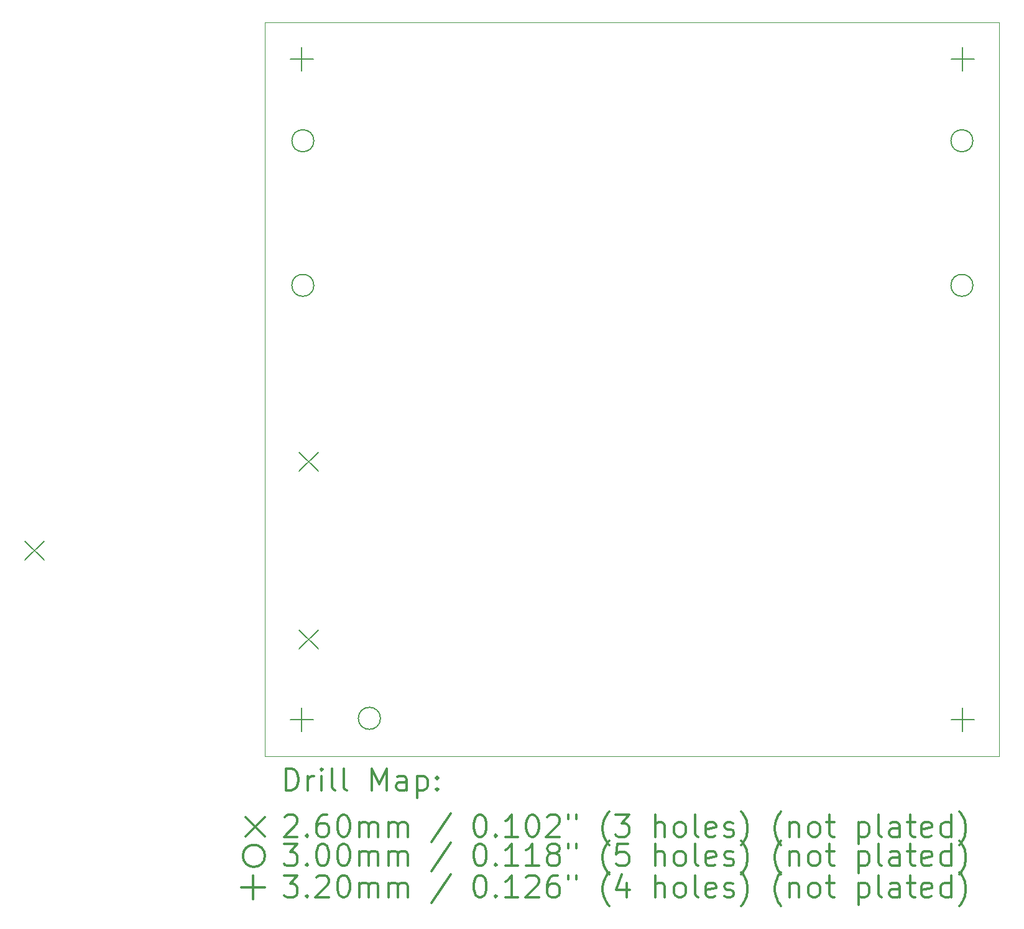
<source format=gbr>
%FSLAX45Y45*%
G04 Gerber Fmt 4.5, Leading zero omitted, Abs format (unit mm)*
G04 Created by KiCad (PCBNEW (5.1.4)-1) date 2021-11-30 13:29:08*
%MOMM*%
%LPD*%
G04 APERTURE LIST*
%ADD10C,0.050000*%
%ADD11C,0.200000*%
%ADD12C,0.300000*%
G04 APERTURE END LIST*
D10*
X17500000Y-16000000D02*
X7500000Y-16000000D01*
X17500000Y-6000000D02*
X17500000Y-16000000D01*
X7500000Y-6000000D02*
X17500000Y-6000000D01*
X7500000Y-16000000D02*
X7500000Y-6000000D01*
D11*
X4232000Y-13068980D02*
X4492000Y-13328980D01*
X4492000Y-13068980D02*
X4232000Y-13328980D01*
X7962000Y-11858980D02*
X8222000Y-12118980D01*
X8222000Y-11858980D02*
X7962000Y-12118980D01*
X7962000Y-14278980D02*
X8222000Y-14538980D01*
X8222000Y-14278980D02*
X7962000Y-14538980D01*
X9070000Y-15484500D02*
G75*
G03X9070000Y-15484500I-150000J0D01*
G01*
X17139000Y-7615000D02*
G75*
G03X17139000Y-7615000I-150000J0D01*
G01*
X17139000Y-9585000D02*
G75*
G03X17139000Y-9585000I-150000J0D01*
G01*
X8163700Y-7615000D02*
G75*
G03X8163700Y-7615000I-150000J0D01*
G01*
X8163700Y-9585000D02*
G75*
G03X8163700Y-9585000I-150000J0D01*
G01*
X17000000Y-15340000D02*
X17000000Y-15660000D01*
X16840000Y-15500000D02*
X17160000Y-15500000D01*
X17000000Y-6340000D02*
X17000000Y-6660000D01*
X16840000Y-6500000D02*
X17160000Y-6500000D01*
X8000000Y-15340000D02*
X8000000Y-15660000D01*
X7840000Y-15500000D02*
X8160000Y-15500000D01*
X8000000Y-6340000D02*
X8000000Y-6660000D01*
X7840000Y-6500000D02*
X8160000Y-6500000D01*
D12*
X7783928Y-16468214D02*
X7783928Y-16168214D01*
X7855357Y-16168214D01*
X7898214Y-16182500D01*
X7926786Y-16211071D01*
X7941071Y-16239643D01*
X7955357Y-16296786D01*
X7955357Y-16339643D01*
X7941071Y-16396786D01*
X7926786Y-16425357D01*
X7898214Y-16453929D01*
X7855357Y-16468214D01*
X7783928Y-16468214D01*
X8083928Y-16468214D02*
X8083928Y-16268214D01*
X8083928Y-16325357D02*
X8098214Y-16296786D01*
X8112500Y-16282500D01*
X8141071Y-16268214D01*
X8169643Y-16268214D01*
X8269643Y-16468214D02*
X8269643Y-16268214D01*
X8269643Y-16168214D02*
X8255357Y-16182500D01*
X8269643Y-16196786D01*
X8283928Y-16182500D01*
X8269643Y-16168214D01*
X8269643Y-16196786D01*
X8455357Y-16468214D02*
X8426786Y-16453929D01*
X8412500Y-16425357D01*
X8412500Y-16168214D01*
X8612500Y-16468214D02*
X8583928Y-16453929D01*
X8569643Y-16425357D01*
X8569643Y-16168214D01*
X8955357Y-16468214D02*
X8955357Y-16168214D01*
X9055357Y-16382500D01*
X9155357Y-16168214D01*
X9155357Y-16468214D01*
X9426786Y-16468214D02*
X9426786Y-16311071D01*
X9412500Y-16282500D01*
X9383928Y-16268214D01*
X9326786Y-16268214D01*
X9298214Y-16282500D01*
X9426786Y-16453929D02*
X9398214Y-16468214D01*
X9326786Y-16468214D01*
X9298214Y-16453929D01*
X9283928Y-16425357D01*
X9283928Y-16396786D01*
X9298214Y-16368214D01*
X9326786Y-16353929D01*
X9398214Y-16353929D01*
X9426786Y-16339643D01*
X9569643Y-16268214D02*
X9569643Y-16568214D01*
X9569643Y-16282500D02*
X9598214Y-16268214D01*
X9655357Y-16268214D01*
X9683928Y-16282500D01*
X9698214Y-16296786D01*
X9712500Y-16325357D01*
X9712500Y-16411071D01*
X9698214Y-16439643D01*
X9683928Y-16453929D01*
X9655357Y-16468214D01*
X9598214Y-16468214D01*
X9569643Y-16453929D01*
X9841071Y-16439643D02*
X9855357Y-16453929D01*
X9841071Y-16468214D01*
X9826786Y-16453929D01*
X9841071Y-16439643D01*
X9841071Y-16468214D01*
X9841071Y-16282500D02*
X9855357Y-16296786D01*
X9841071Y-16311071D01*
X9826786Y-16296786D01*
X9841071Y-16282500D01*
X9841071Y-16311071D01*
X7237500Y-16832500D02*
X7497500Y-17092500D01*
X7497500Y-16832500D02*
X7237500Y-17092500D01*
X7769643Y-16826786D02*
X7783928Y-16812500D01*
X7812500Y-16798214D01*
X7883928Y-16798214D01*
X7912500Y-16812500D01*
X7926786Y-16826786D01*
X7941071Y-16855357D01*
X7941071Y-16883929D01*
X7926786Y-16926786D01*
X7755357Y-17098214D01*
X7941071Y-17098214D01*
X8069643Y-17069643D02*
X8083928Y-17083929D01*
X8069643Y-17098214D01*
X8055357Y-17083929D01*
X8069643Y-17069643D01*
X8069643Y-17098214D01*
X8341071Y-16798214D02*
X8283928Y-16798214D01*
X8255357Y-16812500D01*
X8241071Y-16826786D01*
X8212500Y-16869643D01*
X8198214Y-16926786D01*
X8198214Y-17041072D01*
X8212500Y-17069643D01*
X8226786Y-17083929D01*
X8255357Y-17098214D01*
X8312500Y-17098214D01*
X8341071Y-17083929D01*
X8355357Y-17069643D01*
X8369643Y-17041072D01*
X8369643Y-16969643D01*
X8355357Y-16941072D01*
X8341071Y-16926786D01*
X8312500Y-16912500D01*
X8255357Y-16912500D01*
X8226786Y-16926786D01*
X8212500Y-16941072D01*
X8198214Y-16969643D01*
X8555357Y-16798214D02*
X8583928Y-16798214D01*
X8612500Y-16812500D01*
X8626786Y-16826786D01*
X8641071Y-16855357D01*
X8655357Y-16912500D01*
X8655357Y-16983929D01*
X8641071Y-17041072D01*
X8626786Y-17069643D01*
X8612500Y-17083929D01*
X8583928Y-17098214D01*
X8555357Y-17098214D01*
X8526786Y-17083929D01*
X8512500Y-17069643D01*
X8498214Y-17041072D01*
X8483928Y-16983929D01*
X8483928Y-16912500D01*
X8498214Y-16855357D01*
X8512500Y-16826786D01*
X8526786Y-16812500D01*
X8555357Y-16798214D01*
X8783928Y-17098214D02*
X8783928Y-16898214D01*
X8783928Y-16926786D02*
X8798214Y-16912500D01*
X8826786Y-16898214D01*
X8869643Y-16898214D01*
X8898214Y-16912500D01*
X8912500Y-16941072D01*
X8912500Y-17098214D01*
X8912500Y-16941072D02*
X8926786Y-16912500D01*
X8955357Y-16898214D01*
X8998214Y-16898214D01*
X9026786Y-16912500D01*
X9041071Y-16941072D01*
X9041071Y-17098214D01*
X9183928Y-17098214D02*
X9183928Y-16898214D01*
X9183928Y-16926786D02*
X9198214Y-16912500D01*
X9226786Y-16898214D01*
X9269643Y-16898214D01*
X9298214Y-16912500D01*
X9312500Y-16941072D01*
X9312500Y-17098214D01*
X9312500Y-16941072D02*
X9326786Y-16912500D01*
X9355357Y-16898214D01*
X9398214Y-16898214D01*
X9426786Y-16912500D01*
X9441071Y-16941072D01*
X9441071Y-17098214D01*
X10026786Y-16783929D02*
X9769643Y-17169643D01*
X10412500Y-16798214D02*
X10441071Y-16798214D01*
X10469643Y-16812500D01*
X10483928Y-16826786D01*
X10498214Y-16855357D01*
X10512500Y-16912500D01*
X10512500Y-16983929D01*
X10498214Y-17041072D01*
X10483928Y-17069643D01*
X10469643Y-17083929D01*
X10441071Y-17098214D01*
X10412500Y-17098214D01*
X10383928Y-17083929D01*
X10369643Y-17069643D01*
X10355357Y-17041072D01*
X10341071Y-16983929D01*
X10341071Y-16912500D01*
X10355357Y-16855357D01*
X10369643Y-16826786D01*
X10383928Y-16812500D01*
X10412500Y-16798214D01*
X10641071Y-17069643D02*
X10655357Y-17083929D01*
X10641071Y-17098214D01*
X10626786Y-17083929D01*
X10641071Y-17069643D01*
X10641071Y-17098214D01*
X10941071Y-17098214D02*
X10769643Y-17098214D01*
X10855357Y-17098214D02*
X10855357Y-16798214D01*
X10826786Y-16841072D01*
X10798214Y-16869643D01*
X10769643Y-16883929D01*
X11126786Y-16798214D02*
X11155357Y-16798214D01*
X11183928Y-16812500D01*
X11198214Y-16826786D01*
X11212500Y-16855357D01*
X11226786Y-16912500D01*
X11226786Y-16983929D01*
X11212500Y-17041072D01*
X11198214Y-17069643D01*
X11183928Y-17083929D01*
X11155357Y-17098214D01*
X11126786Y-17098214D01*
X11098214Y-17083929D01*
X11083928Y-17069643D01*
X11069643Y-17041072D01*
X11055357Y-16983929D01*
X11055357Y-16912500D01*
X11069643Y-16855357D01*
X11083928Y-16826786D01*
X11098214Y-16812500D01*
X11126786Y-16798214D01*
X11341071Y-16826786D02*
X11355357Y-16812500D01*
X11383928Y-16798214D01*
X11455357Y-16798214D01*
X11483928Y-16812500D01*
X11498214Y-16826786D01*
X11512500Y-16855357D01*
X11512500Y-16883929D01*
X11498214Y-16926786D01*
X11326786Y-17098214D01*
X11512500Y-17098214D01*
X11626786Y-16798214D02*
X11626786Y-16855357D01*
X11741071Y-16798214D02*
X11741071Y-16855357D01*
X12183928Y-17212500D02*
X12169643Y-17198214D01*
X12141071Y-17155357D01*
X12126786Y-17126786D01*
X12112500Y-17083929D01*
X12098214Y-17012500D01*
X12098214Y-16955357D01*
X12112500Y-16883929D01*
X12126786Y-16841072D01*
X12141071Y-16812500D01*
X12169643Y-16769643D01*
X12183928Y-16755357D01*
X12269643Y-16798214D02*
X12455357Y-16798214D01*
X12355357Y-16912500D01*
X12398214Y-16912500D01*
X12426786Y-16926786D01*
X12441071Y-16941072D01*
X12455357Y-16969643D01*
X12455357Y-17041072D01*
X12441071Y-17069643D01*
X12426786Y-17083929D01*
X12398214Y-17098214D01*
X12312500Y-17098214D01*
X12283928Y-17083929D01*
X12269643Y-17069643D01*
X12812500Y-17098214D02*
X12812500Y-16798214D01*
X12941071Y-17098214D02*
X12941071Y-16941072D01*
X12926786Y-16912500D01*
X12898214Y-16898214D01*
X12855357Y-16898214D01*
X12826786Y-16912500D01*
X12812500Y-16926786D01*
X13126786Y-17098214D02*
X13098214Y-17083929D01*
X13083928Y-17069643D01*
X13069643Y-17041072D01*
X13069643Y-16955357D01*
X13083928Y-16926786D01*
X13098214Y-16912500D01*
X13126786Y-16898214D01*
X13169643Y-16898214D01*
X13198214Y-16912500D01*
X13212500Y-16926786D01*
X13226786Y-16955357D01*
X13226786Y-17041072D01*
X13212500Y-17069643D01*
X13198214Y-17083929D01*
X13169643Y-17098214D01*
X13126786Y-17098214D01*
X13398214Y-17098214D02*
X13369643Y-17083929D01*
X13355357Y-17055357D01*
X13355357Y-16798214D01*
X13626786Y-17083929D02*
X13598214Y-17098214D01*
X13541071Y-17098214D01*
X13512500Y-17083929D01*
X13498214Y-17055357D01*
X13498214Y-16941072D01*
X13512500Y-16912500D01*
X13541071Y-16898214D01*
X13598214Y-16898214D01*
X13626786Y-16912500D01*
X13641071Y-16941072D01*
X13641071Y-16969643D01*
X13498214Y-16998214D01*
X13755357Y-17083929D02*
X13783928Y-17098214D01*
X13841071Y-17098214D01*
X13869643Y-17083929D01*
X13883928Y-17055357D01*
X13883928Y-17041072D01*
X13869643Y-17012500D01*
X13841071Y-16998214D01*
X13798214Y-16998214D01*
X13769643Y-16983929D01*
X13755357Y-16955357D01*
X13755357Y-16941072D01*
X13769643Y-16912500D01*
X13798214Y-16898214D01*
X13841071Y-16898214D01*
X13869643Y-16912500D01*
X13983928Y-17212500D02*
X13998214Y-17198214D01*
X14026786Y-17155357D01*
X14041071Y-17126786D01*
X14055357Y-17083929D01*
X14069643Y-17012500D01*
X14069643Y-16955357D01*
X14055357Y-16883929D01*
X14041071Y-16841072D01*
X14026786Y-16812500D01*
X13998214Y-16769643D01*
X13983928Y-16755357D01*
X14526786Y-17212500D02*
X14512500Y-17198214D01*
X14483928Y-17155357D01*
X14469643Y-17126786D01*
X14455357Y-17083929D01*
X14441071Y-17012500D01*
X14441071Y-16955357D01*
X14455357Y-16883929D01*
X14469643Y-16841072D01*
X14483928Y-16812500D01*
X14512500Y-16769643D01*
X14526786Y-16755357D01*
X14641071Y-16898214D02*
X14641071Y-17098214D01*
X14641071Y-16926786D02*
X14655357Y-16912500D01*
X14683928Y-16898214D01*
X14726786Y-16898214D01*
X14755357Y-16912500D01*
X14769643Y-16941072D01*
X14769643Y-17098214D01*
X14955357Y-17098214D02*
X14926786Y-17083929D01*
X14912500Y-17069643D01*
X14898214Y-17041072D01*
X14898214Y-16955357D01*
X14912500Y-16926786D01*
X14926786Y-16912500D01*
X14955357Y-16898214D01*
X14998214Y-16898214D01*
X15026786Y-16912500D01*
X15041071Y-16926786D01*
X15055357Y-16955357D01*
X15055357Y-17041072D01*
X15041071Y-17069643D01*
X15026786Y-17083929D01*
X14998214Y-17098214D01*
X14955357Y-17098214D01*
X15141071Y-16898214D02*
X15255357Y-16898214D01*
X15183928Y-16798214D02*
X15183928Y-17055357D01*
X15198214Y-17083929D01*
X15226786Y-17098214D01*
X15255357Y-17098214D01*
X15583928Y-16898214D02*
X15583928Y-17198214D01*
X15583928Y-16912500D02*
X15612500Y-16898214D01*
X15669643Y-16898214D01*
X15698214Y-16912500D01*
X15712500Y-16926786D01*
X15726786Y-16955357D01*
X15726786Y-17041072D01*
X15712500Y-17069643D01*
X15698214Y-17083929D01*
X15669643Y-17098214D01*
X15612500Y-17098214D01*
X15583928Y-17083929D01*
X15898214Y-17098214D02*
X15869643Y-17083929D01*
X15855357Y-17055357D01*
X15855357Y-16798214D01*
X16141071Y-17098214D02*
X16141071Y-16941072D01*
X16126786Y-16912500D01*
X16098214Y-16898214D01*
X16041071Y-16898214D01*
X16012500Y-16912500D01*
X16141071Y-17083929D02*
X16112500Y-17098214D01*
X16041071Y-17098214D01*
X16012500Y-17083929D01*
X15998214Y-17055357D01*
X15998214Y-17026786D01*
X16012500Y-16998214D01*
X16041071Y-16983929D01*
X16112500Y-16983929D01*
X16141071Y-16969643D01*
X16241071Y-16898214D02*
X16355357Y-16898214D01*
X16283928Y-16798214D02*
X16283928Y-17055357D01*
X16298214Y-17083929D01*
X16326786Y-17098214D01*
X16355357Y-17098214D01*
X16569643Y-17083929D02*
X16541071Y-17098214D01*
X16483928Y-17098214D01*
X16455357Y-17083929D01*
X16441071Y-17055357D01*
X16441071Y-16941072D01*
X16455357Y-16912500D01*
X16483928Y-16898214D01*
X16541071Y-16898214D01*
X16569643Y-16912500D01*
X16583928Y-16941072D01*
X16583928Y-16969643D01*
X16441071Y-16998214D01*
X16841071Y-17098214D02*
X16841071Y-16798214D01*
X16841071Y-17083929D02*
X16812500Y-17098214D01*
X16755357Y-17098214D01*
X16726786Y-17083929D01*
X16712500Y-17069643D01*
X16698214Y-17041072D01*
X16698214Y-16955357D01*
X16712500Y-16926786D01*
X16726786Y-16912500D01*
X16755357Y-16898214D01*
X16812500Y-16898214D01*
X16841071Y-16912500D01*
X16955357Y-17212500D02*
X16969643Y-17198214D01*
X16998214Y-17155357D01*
X17012500Y-17126786D01*
X17026786Y-17083929D01*
X17041071Y-17012500D01*
X17041071Y-16955357D01*
X17026786Y-16883929D01*
X17012500Y-16841072D01*
X16998214Y-16812500D01*
X16969643Y-16769643D01*
X16955357Y-16755357D01*
X7497500Y-17358500D02*
G75*
G03X7497500Y-17358500I-150000J0D01*
G01*
X7755357Y-17194214D02*
X7941071Y-17194214D01*
X7841071Y-17308500D01*
X7883928Y-17308500D01*
X7912500Y-17322786D01*
X7926786Y-17337072D01*
X7941071Y-17365643D01*
X7941071Y-17437072D01*
X7926786Y-17465643D01*
X7912500Y-17479929D01*
X7883928Y-17494214D01*
X7798214Y-17494214D01*
X7769643Y-17479929D01*
X7755357Y-17465643D01*
X8069643Y-17465643D02*
X8083928Y-17479929D01*
X8069643Y-17494214D01*
X8055357Y-17479929D01*
X8069643Y-17465643D01*
X8069643Y-17494214D01*
X8269643Y-17194214D02*
X8298214Y-17194214D01*
X8326786Y-17208500D01*
X8341071Y-17222786D01*
X8355357Y-17251357D01*
X8369643Y-17308500D01*
X8369643Y-17379929D01*
X8355357Y-17437072D01*
X8341071Y-17465643D01*
X8326786Y-17479929D01*
X8298214Y-17494214D01*
X8269643Y-17494214D01*
X8241071Y-17479929D01*
X8226786Y-17465643D01*
X8212500Y-17437072D01*
X8198214Y-17379929D01*
X8198214Y-17308500D01*
X8212500Y-17251357D01*
X8226786Y-17222786D01*
X8241071Y-17208500D01*
X8269643Y-17194214D01*
X8555357Y-17194214D02*
X8583928Y-17194214D01*
X8612500Y-17208500D01*
X8626786Y-17222786D01*
X8641071Y-17251357D01*
X8655357Y-17308500D01*
X8655357Y-17379929D01*
X8641071Y-17437072D01*
X8626786Y-17465643D01*
X8612500Y-17479929D01*
X8583928Y-17494214D01*
X8555357Y-17494214D01*
X8526786Y-17479929D01*
X8512500Y-17465643D01*
X8498214Y-17437072D01*
X8483928Y-17379929D01*
X8483928Y-17308500D01*
X8498214Y-17251357D01*
X8512500Y-17222786D01*
X8526786Y-17208500D01*
X8555357Y-17194214D01*
X8783928Y-17494214D02*
X8783928Y-17294214D01*
X8783928Y-17322786D02*
X8798214Y-17308500D01*
X8826786Y-17294214D01*
X8869643Y-17294214D01*
X8898214Y-17308500D01*
X8912500Y-17337072D01*
X8912500Y-17494214D01*
X8912500Y-17337072D02*
X8926786Y-17308500D01*
X8955357Y-17294214D01*
X8998214Y-17294214D01*
X9026786Y-17308500D01*
X9041071Y-17337072D01*
X9041071Y-17494214D01*
X9183928Y-17494214D02*
X9183928Y-17294214D01*
X9183928Y-17322786D02*
X9198214Y-17308500D01*
X9226786Y-17294214D01*
X9269643Y-17294214D01*
X9298214Y-17308500D01*
X9312500Y-17337072D01*
X9312500Y-17494214D01*
X9312500Y-17337072D02*
X9326786Y-17308500D01*
X9355357Y-17294214D01*
X9398214Y-17294214D01*
X9426786Y-17308500D01*
X9441071Y-17337072D01*
X9441071Y-17494214D01*
X10026786Y-17179929D02*
X9769643Y-17565643D01*
X10412500Y-17194214D02*
X10441071Y-17194214D01*
X10469643Y-17208500D01*
X10483928Y-17222786D01*
X10498214Y-17251357D01*
X10512500Y-17308500D01*
X10512500Y-17379929D01*
X10498214Y-17437072D01*
X10483928Y-17465643D01*
X10469643Y-17479929D01*
X10441071Y-17494214D01*
X10412500Y-17494214D01*
X10383928Y-17479929D01*
X10369643Y-17465643D01*
X10355357Y-17437072D01*
X10341071Y-17379929D01*
X10341071Y-17308500D01*
X10355357Y-17251357D01*
X10369643Y-17222786D01*
X10383928Y-17208500D01*
X10412500Y-17194214D01*
X10641071Y-17465643D02*
X10655357Y-17479929D01*
X10641071Y-17494214D01*
X10626786Y-17479929D01*
X10641071Y-17465643D01*
X10641071Y-17494214D01*
X10941071Y-17494214D02*
X10769643Y-17494214D01*
X10855357Y-17494214D02*
X10855357Y-17194214D01*
X10826786Y-17237072D01*
X10798214Y-17265643D01*
X10769643Y-17279929D01*
X11226786Y-17494214D02*
X11055357Y-17494214D01*
X11141071Y-17494214D02*
X11141071Y-17194214D01*
X11112500Y-17237072D01*
X11083928Y-17265643D01*
X11055357Y-17279929D01*
X11398214Y-17322786D02*
X11369643Y-17308500D01*
X11355357Y-17294214D01*
X11341071Y-17265643D01*
X11341071Y-17251357D01*
X11355357Y-17222786D01*
X11369643Y-17208500D01*
X11398214Y-17194214D01*
X11455357Y-17194214D01*
X11483928Y-17208500D01*
X11498214Y-17222786D01*
X11512500Y-17251357D01*
X11512500Y-17265643D01*
X11498214Y-17294214D01*
X11483928Y-17308500D01*
X11455357Y-17322786D01*
X11398214Y-17322786D01*
X11369643Y-17337072D01*
X11355357Y-17351357D01*
X11341071Y-17379929D01*
X11341071Y-17437072D01*
X11355357Y-17465643D01*
X11369643Y-17479929D01*
X11398214Y-17494214D01*
X11455357Y-17494214D01*
X11483928Y-17479929D01*
X11498214Y-17465643D01*
X11512500Y-17437072D01*
X11512500Y-17379929D01*
X11498214Y-17351357D01*
X11483928Y-17337072D01*
X11455357Y-17322786D01*
X11626786Y-17194214D02*
X11626786Y-17251357D01*
X11741071Y-17194214D02*
X11741071Y-17251357D01*
X12183928Y-17608500D02*
X12169643Y-17594214D01*
X12141071Y-17551357D01*
X12126786Y-17522786D01*
X12112500Y-17479929D01*
X12098214Y-17408500D01*
X12098214Y-17351357D01*
X12112500Y-17279929D01*
X12126786Y-17237072D01*
X12141071Y-17208500D01*
X12169643Y-17165643D01*
X12183928Y-17151357D01*
X12441071Y-17194214D02*
X12298214Y-17194214D01*
X12283928Y-17337072D01*
X12298214Y-17322786D01*
X12326786Y-17308500D01*
X12398214Y-17308500D01*
X12426786Y-17322786D01*
X12441071Y-17337072D01*
X12455357Y-17365643D01*
X12455357Y-17437072D01*
X12441071Y-17465643D01*
X12426786Y-17479929D01*
X12398214Y-17494214D01*
X12326786Y-17494214D01*
X12298214Y-17479929D01*
X12283928Y-17465643D01*
X12812500Y-17494214D02*
X12812500Y-17194214D01*
X12941071Y-17494214D02*
X12941071Y-17337072D01*
X12926786Y-17308500D01*
X12898214Y-17294214D01*
X12855357Y-17294214D01*
X12826786Y-17308500D01*
X12812500Y-17322786D01*
X13126786Y-17494214D02*
X13098214Y-17479929D01*
X13083928Y-17465643D01*
X13069643Y-17437072D01*
X13069643Y-17351357D01*
X13083928Y-17322786D01*
X13098214Y-17308500D01*
X13126786Y-17294214D01*
X13169643Y-17294214D01*
X13198214Y-17308500D01*
X13212500Y-17322786D01*
X13226786Y-17351357D01*
X13226786Y-17437072D01*
X13212500Y-17465643D01*
X13198214Y-17479929D01*
X13169643Y-17494214D01*
X13126786Y-17494214D01*
X13398214Y-17494214D02*
X13369643Y-17479929D01*
X13355357Y-17451357D01*
X13355357Y-17194214D01*
X13626786Y-17479929D02*
X13598214Y-17494214D01*
X13541071Y-17494214D01*
X13512500Y-17479929D01*
X13498214Y-17451357D01*
X13498214Y-17337072D01*
X13512500Y-17308500D01*
X13541071Y-17294214D01*
X13598214Y-17294214D01*
X13626786Y-17308500D01*
X13641071Y-17337072D01*
X13641071Y-17365643D01*
X13498214Y-17394214D01*
X13755357Y-17479929D02*
X13783928Y-17494214D01*
X13841071Y-17494214D01*
X13869643Y-17479929D01*
X13883928Y-17451357D01*
X13883928Y-17437072D01*
X13869643Y-17408500D01*
X13841071Y-17394214D01*
X13798214Y-17394214D01*
X13769643Y-17379929D01*
X13755357Y-17351357D01*
X13755357Y-17337072D01*
X13769643Y-17308500D01*
X13798214Y-17294214D01*
X13841071Y-17294214D01*
X13869643Y-17308500D01*
X13983928Y-17608500D02*
X13998214Y-17594214D01*
X14026786Y-17551357D01*
X14041071Y-17522786D01*
X14055357Y-17479929D01*
X14069643Y-17408500D01*
X14069643Y-17351357D01*
X14055357Y-17279929D01*
X14041071Y-17237072D01*
X14026786Y-17208500D01*
X13998214Y-17165643D01*
X13983928Y-17151357D01*
X14526786Y-17608500D02*
X14512500Y-17594214D01*
X14483928Y-17551357D01*
X14469643Y-17522786D01*
X14455357Y-17479929D01*
X14441071Y-17408500D01*
X14441071Y-17351357D01*
X14455357Y-17279929D01*
X14469643Y-17237072D01*
X14483928Y-17208500D01*
X14512500Y-17165643D01*
X14526786Y-17151357D01*
X14641071Y-17294214D02*
X14641071Y-17494214D01*
X14641071Y-17322786D02*
X14655357Y-17308500D01*
X14683928Y-17294214D01*
X14726786Y-17294214D01*
X14755357Y-17308500D01*
X14769643Y-17337072D01*
X14769643Y-17494214D01*
X14955357Y-17494214D02*
X14926786Y-17479929D01*
X14912500Y-17465643D01*
X14898214Y-17437072D01*
X14898214Y-17351357D01*
X14912500Y-17322786D01*
X14926786Y-17308500D01*
X14955357Y-17294214D01*
X14998214Y-17294214D01*
X15026786Y-17308500D01*
X15041071Y-17322786D01*
X15055357Y-17351357D01*
X15055357Y-17437072D01*
X15041071Y-17465643D01*
X15026786Y-17479929D01*
X14998214Y-17494214D01*
X14955357Y-17494214D01*
X15141071Y-17294214D02*
X15255357Y-17294214D01*
X15183928Y-17194214D02*
X15183928Y-17451357D01*
X15198214Y-17479929D01*
X15226786Y-17494214D01*
X15255357Y-17494214D01*
X15583928Y-17294214D02*
X15583928Y-17594214D01*
X15583928Y-17308500D02*
X15612500Y-17294214D01*
X15669643Y-17294214D01*
X15698214Y-17308500D01*
X15712500Y-17322786D01*
X15726786Y-17351357D01*
X15726786Y-17437072D01*
X15712500Y-17465643D01*
X15698214Y-17479929D01*
X15669643Y-17494214D01*
X15612500Y-17494214D01*
X15583928Y-17479929D01*
X15898214Y-17494214D02*
X15869643Y-17479929D01*
X15855357Y-17451357D01*
X15855357Y-17194214D01*
X16141071Y-17494214D02*
X16141071Y-17337072D01*
X16126786Y-17308500D01*
X16098214Y-17294214D01*
X16041071Y-17294214D01*
X16012500Y-17308500D01*
X16141071Y-17479929D02*
X16112500Y-17494214D01*
X16041071Y-17494214D01*
X16012500Y-17479929D01*
X15998214Y-17451357D01*
X15998214Y-17422786D01*
X16012500Y-17394214D01*
X16041071Y-17379929D01*
X16112500Y-17379929D01*
X16141071Y-17365643D01*
X16241071Y-17294214D02*
X16355357Y-17294214D01*
X16283928Y-17194214D02*
X16283928Y-17451357D01*
X16298214Y-17479929D01*
X16326786Y-17494214D01*
X16355357Y-17494214D01*
X16569643Y-17479929D02*
X16541071Y-17494214D01*
X16483928Y-17494214D01*
X16455357Y-17479929D01*
X16441071Y-17451357D01*
X16441071Y-17337072D01*
X16455357Y-17308500D01*
X16483928Y-17294214D01*
X16541071Y-17294214D01*
X16569643Y-17308500D01*
X16583928Y-17337072D01*
X16583928Y-17365643D01*
X16441071Y-17394214D01*
X16841071Y-17494214D02*
X16841071Y-17194214D01*
X16841071Y-17479929D02*
X16812500Y-17494214D01*
X16755357Y-17494214D01*
X16726786Y-17479929D01*
X16712500Y-17465643D01*
X16698214Y-17437072D01*
X16698214Y-17351357D01*
X16712500Y-17322786D01*
X16726786Y-17308500D01*
X16755357Y-17294214D01*
X16812500Y-17294214D01*
X16841071Y-17308500D01*
X16955357Y-17608500D02*
X16969643Y-17594214D01*
X16998214Y-17551357D01*
X17012500Y-17522786D01*
X17026786Y-17479929D01*
X17041071Y-17408500D01*
X17041071Y-17351357D01*
X17026786Y-17279929D01*
X17012500Y-17237072D01*
X16998214Y-17208500D01*
X16969643Y-17165643D01*
X16955357Y-17151357D01*
X7337500Y-17628500D02*
X7337500Y-17948500D01*
X7177500Y-17788500D02*
X7497500Y-17788500D01*
X7755357Y-17624214D02*
X7941071Y-17624214D01*
X7841071Y-17738500D01*
X7883928Y-17738500D01*
X7912500Y-17752786D01*
X7926786Y-17767072D01*
X7941071Y-17795643D01*
X7941071Y-17867072D01*
X7926786Y-17895643D01*
X7912500Y-17909929D01*
X7883928Y-17924214D01*
X7798214Y-17924214D01*
X7769643Y-17909929D01*
X7755357Y-17895643D01*
X8069643Y-17895643D02*
X8083928Y-17909929D01*
X8069643Y-17924214D01*
X8055357Y-17909929D01*
X8069643Y-17895643D01*
X8069643Y-17924214D01*
X8198214Y-17652786D02*
X8212500Y-17638500D01*
X8241071Y-17624214D01*
X8312500Y-17624214D01*
X8341071Y-17638500D01*
X8355357Y-17652786D01*
X8369643Y-17681357D01*
X8369643Y-17709929D01*
X8355357Y-17752786D01*
X8183928Y-17924214D01*
X8369643Y-17924214D01*
X8555357Y-17624214D02*
X8583928Y-17624214D01*
X8612500Y-17638500D01*
X8626786Y-17652786D01*
X8641071Y-17681357D01*
X8655357Y-17738500D01*
X8655357Y-17809929D01*
X8641071Y-17867072D01*
X8626786Y-17895643D01*
X8612500Y-17909929D01*
X8583928Y-17924214D01*
X8555357Y-17924214D01*
X8526786Y-17909929D01*
X8512500Y-17895643D01*
X8498214Y-17867072D01*
X8483928Y-17809929D01*
X8483928Y-17738500D01*
X8498214Y-17681357D01*
X8512500Y-17652786D01*
X8526786Y-17638500D01*
X8555357Y-17624214D01*
X8783928Y-17924214D02*
X8783928Y-17724214D01*
X8783928Y-17752786D02*
X8798214Y-17738500D01*
X8826786Y-17724214D01*
X8869643Y-17724214D01*
X8898214Y-17738500D01*
X8912500Y-17767072D01*
X8912500Y-17924214D01*
X8912500Y-17767072D02*
X8926786Y-17738500D01*
X8955357Y-17724214D01*
X8998214Y-17724214D01*
X9026786Y-17738500D01*
X9041071Y-17767072D01*
X9041071Y-17924214D01*
X9183928Y-17924214D02*
X9183928Y-17724214D01*
X9183928Y-17752786D02*
X9198214Y-17738500D01*
X9226786Y-17724214D01*
X9269643Y-17724214D01*
X9298214Y-17738500D01*
X9312500Y-17767072D01*
X9312500Y-17924214D01*
X9312500Y-17767072D02*
X9326786Y-17738500D01*
X9355357Y-17724214D01*
X9398214Y-17724214D01*
X9426786Y-17738500D01*
X9441071Y-17767072D01*
X9441071Y-17924214D01*
X10026786Y-17609929D02*
X9769643Y-17995643D01*
X10412500Y-17624214D02*
X10441071Y-17624214D01*
X10469643Y-17638500D01*
X10483928Y-17652786D01*
X10498214Y-17681357D01*
X10512500Y-17738500D01*
X10512500Y-17809929D01*
X10498214Y-17867072D01*
X10483928Y-17895643D01*
X10469643Y-17909929D01*
X10441071Y-17924214D01*
X10412500Y-17924214D01*
X10383928Y-17909929D01*
X10369643Y-17895643D01*
X10355357Y-17867072D01*
X10341071Y-17809929D01*
X10341071Y-17738500D01*
X10355357Y-17681357D01*
X10369643Y-17652786D01*
X10383928Y-17638500D01*
X10412500Y-17624214D01*
X10641071Y-17895643D02*
X10655357Y-17909929D01*
X10641071Y-17924214D01*
X10626786Y-17909929D01*
X10641071Y-17895643D01*
X10641071Y-17924214D01*
X10941071Y-17924214D02*
X10769643Y-17924214D01*
X10855357Y-17924214D02*
X10855357Y-17624214D01*
X10826786Y-17667072D01*
X10798214Y-17695643D01*
X10769643Y-17709929D01*
X11055357Y-17652786D02*
X11069643Y-17638500D01*
X11098214Y-17624214D01*
X11169643Y-17624214D01*
X11198214Y-17638500D01*
X11212500Y-17652786D01*
X11226786Y-17681357D01*
X11226786Y-17709929D01*
X11212500Y-17752786D01*
X11041071Y-17924214D01*
X11226786Y-17924214D01*
X11483928Y-17624214D02*
X11426786Y-17624214D01*
X11398214Y-17638500D01*
X11383928Y-17652786D01*
X11355357Y-17695643D01*
X11341071Y-17752786D01*
X11341071Y-17867072D01*
X11355357Y-17895643D01*
X11369643Y-17909929D01*
X11398214Y-17924214D01*
X11455357Y-17924214D01*
X11483928Y-17909929D01*
X11498214Y-17895643D01*
X11512500Y-17867072D01*
X11512500Y-17795643D01*
X11498214Y-17767072D01*
X11483928Y-17752786D01*
X11455357Y-17738500D01*
X11398214Y-17738500D01*
X11369643Y-17752786D01*
X11355357Y-17767072D01*
X11341071Y-17795643D01*
X11626786Y-17624214D02*
X11626786Y-17681357D01*
X11741071Y-17624214D02*
X11741071Y-17681357D01*
X12183928Y-18038500D02*
X12169643Y-18024214D01*
X12141071Y-17981357D01*
X12126786Y-17952786D01*
X12112500Y-17909929D01*
X12098214Y-17838500D01*
X12098214Y-17781357D01*
X12112500Y-17709929D01*
X12126786Y-17667072D01*
X12141071Y-17638500D01*
X12169643Y-17595643D01*
X12183928Y-17581357D01*
X12426786Y-17724214D02*
X12426786Y-17924214D01*
X12355357Y-17609929D02*
X12283928Y-17824214D01*
X12469643Y-17824214D01*
X12812500Y-17924214D02*
X12812500Y-17624214D01*
X12941071Y-17924214D02*
X12941071Y-17767072D01*
X12926786Y-17738500D01*
X12898214Y-17724214D01*
X12855357Y-17724214D01*
X12826786Y-17738500D01*
X12812500Y-17752786D01*
X13126786Y-17924214D02*
X13098214Y-17909929D01*
X13083928Y-17895643D01*
X13069643Y-17867072D01*
X13069643Y-17781357D01*
X13083928Y-17752786D01*
X13098214Y-17738500D01*
X13126786Y-17724214D01*
X13169643Y-17724214D01*
X13198214Y-17738500D01*
X13212500Y-17752786D01*
X13226786Y-17781357D01*
X13226786Y-17867072D01*
X13212500Y-17895643D01*
X13198214Y-17909929D01*
X13169643Y-17924214D01*
X13126786Y-17924214D01*
X13398214Y-17924214D02*
X13369643Y-17909929D01*
X13355357Y-17881357D01*
X13355357Y-17624214D01*
X13626786Y-17909929D02*
X13598214Y-17924214D01*
X13541071Y-17924214D01*
X13512500Y-17909929D01*
X13498214Y-17881357D01*
X13498214Y-17767072D01*
X13512500Y-17738500D01*
X13541071Y-17724214D01*
X13598214Y-17724214D01*
X13626786Y-17738500D01*
X13641071Y-17767072D01*
X13641071Y-17795643D01*
X13498214Y-17824214D01*
X13755357Y-17909929D02*
X13783928Y-17924214D01*
X13841071Y-17924214D01*
X13869643Y-17909929D01*
X13883928Y-17881357D01*
X13883928Y-17867072D01*
X13869643Y-17838500D01*
X13841071Y-17824214D01*
X13798214Y-17824214D01*
X13769643Y-17809929D01*
X13755357Y-17781357D01*
X13755357Y-17767072D01*
X13769643Y-17738500D01*
X13798214Y-17724214D01*
X13841071Y-17724214D01*
X13869643Y-17738500D01*
X13983928Y-18038500D02*
X13998214Y-18024214D01*
X14026786Y-17981357D01*
X14041071Y-17952786D01*
X14055357Y-17909929D01*
X14069643Y-17838500D01*
X14069643Y-17781357D01*
X14055357Y-17709929D01*
X14041071Y-17667072D01*
X14026786Y-17638500D01*
X13998214Y-17595643D01*
X13983928Y-17581357D01*
X14526786Y-18038500D02*
X14512500Y-18024214D01*
X14483928Y-17981357D01*
X14469643Y-17952786D01*
X14455357Y-17909929D01*
X14441071Y-17838500D01*
X14441071Y-17781357D01*
X14455357Y-17709929D01*
X14469643Y-17667072D01*
X14483928Y-17638500D01*
X14512500Y-17595643D01*
X14526786Y-17581357D01*
X14641071Y-17724214D02*
X14641071Y-17924214D01*
X14641071Y-17752786D02*
X14655357Y-17738500D01*
X14683928Y-17724214D01*
X14726786Y-17724214D01*
X14755357Y-17738500D01*
X14769643Y-17767072D01*
X14769643Y-17924214D01*
X14955357Y-17924214D02*
X14926786Y-17909929D01*
X14912500Y-17895643D01*
X14898214Y-17867072D01*
X14898214Y-17781357D01*
X14912500Y-17752786D01*
X14926786Y-17738500D01*
X14955357Y-17724214D01*
X14998214Y-17724214D01*
X15026786Y-17738500D01*
X15041071Y-17752786D01*
X15055357Y-17781357D01*
X15055357Y-17867072D01*
X15041071Y-17895643D01*
X15026786Y-17909929D01*
X14998214Y-17924214D01*
X14955357Y-17924214D01*
X15141071Y-17724214D02*
X15255357Y-17724214D01*
X15183928Y-17624214D02*
X15183928Y-17881357D01*
X15198214Y-17909929D01*
X15226786Y-17924214D01*
X15255357Y-17924214D01*
X15583928Y-17724214D02*
X15583928Y-18024214D01*
X15583928Y-17738500D02*
X15612500Y-17724214D01*
X15669643Y-17724214D01*
X15698214Y-17738500D01*
X15712500Y-17752786D01*
X15726786Y-17781357D01*
X15726786Y-17867072D01*
X15712500Y-17895643D01*
X15698214Y-17909929D01*
X15669643Y-17924214D01*
X15612500Y-17924214D01*
X15583928Y-17909929D01*
X15898214Y-17924214D02*
X15869643Y-17909929D01*
X15855357Y-17881357D01*
X15855357Y-17624214D01*
X16141071Y-17924214D02*
X16141071Y-17767072D01*
X16126786Y-17738500D01*
X16098214Y-17724214D01*
X16041071Y-17724214D01*
X16012500Y-17738500D01*
X16141071Y-17909929D02*
X16112500Y-17924214D01*
X16041071Y-17924214D01*
X16012500Y-17909929D01*
X15998214Y-17881357D01*
X15998214Y-17852786D01*
X16012500Y-17824214D01*
X16041071Y-17809929D01*
X16112500Y-17809929D01*
X16141071Y-17795643D01*
X16241071Y-17724214D02*
X16355357Y-17724214D01*
X16283928Y-17624214D02*
X16283928Y-17881357D01*
X16298214Y-17909929D01*
X16326786Y-17924214D01*
X16355357Y-17924214D01*
X16569643Y-17909929D02*
X16541071Y-17924214D01*
X16483928Y-17924214D01*
X16455357Y-17909929D01*
X16441071Y-17881357D01*
X16441071Y-17767072D01*
X16455357Y-17738500D01*
X16483928Y-17724214D01*
X16541071Y-17724214D01*
X16569643Y-17738500D01*
X16583928Y-17767072D01*
X16583928Y-17795643D01*
X16441071Y-17824214D01*
X16841071Y-17924214D02*
X16841071Y-17624214D01*
X16841071Y-17909929D02*
X16812500Y-17924214D01*
X16755357Y-17924214D01*
X16726786Y-17909929D01*
X16712500Y-17895643D01*
X16698214Y-17867072D01*
X16698214Y-17781357D01*
X16712500Y-17752786D01*
X16726786Y-17738500D01*
X16755357Y-17724214D01*
X16812500Y-17724214D01*
X16841071Y-17738500D01*
X16955357Y-18038500D02*
X16969643Y-18024214D01*
X16998214Y-17981357D01*
X17012500Y-17952786D01*
X17026786Y-17909929D01*
X17041071Y-17838500D01*
X17041071Y-17781357D01*
X17026786Y-17709929D01*
X17012500Y-17667072D01*
X16998214Y-17638500D01*
X16969643Y-17595643D01*
X16955357Y-17581357D01*
M02*

</source>
